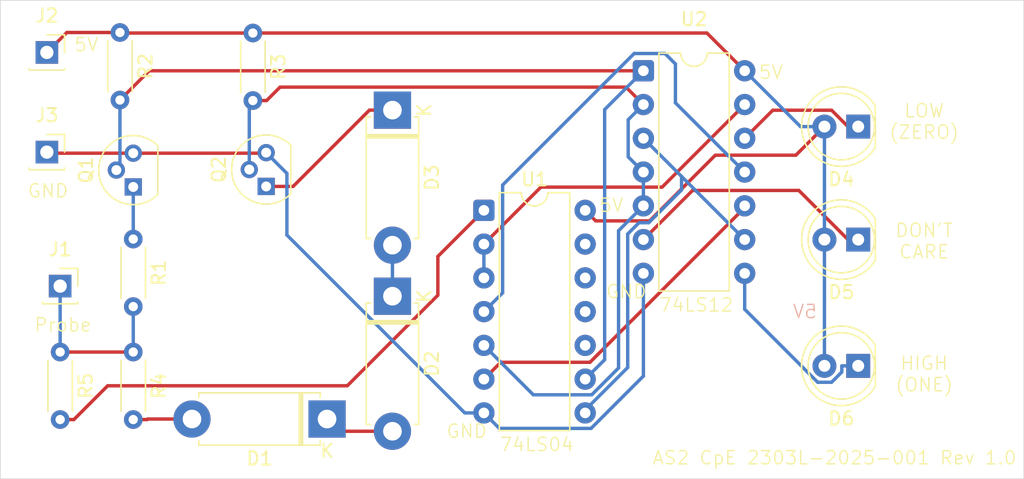
<source format=kicad_pcb>
(kicad_pcb (version 20241229) (generator "pcbnew") (generator_version "9.0")
  (title_block (title "Assignment: Logic Probe") (date "2025-06-27") (rev "1.0") (company "Chrys Sean T. Sevilla") (comment 1 "AS2 CpE 2303L-S25-001"))
  (layers (0 "F.Cu" signal) (2 "B.Cu" signal) (13 "F.Paste" user) (15 "B.Paste" user) (5 "F.SilkS" user "F.Silkscreen") (7 "B.SilkS" user "B.Silkscreen") (1 "F.Mask" user) (3 "B.Mask" user) (25 "Edge.Cuts" user))
  (net 0 "")
  (net 1 "Net-(D1-K)")
  (net 2 "Net-(D1-A)")
  (net 3 "Net-(D2-K)")
  (net 4 "Net-(D3-K)")
  (net 5 "Net-(D4-K)")
  (net 6 "+5V")
  (net 7 "Net-(D5-K)")
  (net 8 "Net-(D6-K)")
  (net 9 "Net-(J1-Pin_1)")
  (net 10 "Net-(Q1-C)")
  (net 11 "Net-(Q1-B)")
  (net 12 "GND")
  (net 13 "Net-(Q2-C)")
  (net 14 "Net-(R5-Pad2)")
  (net 16 "Net-(U1-Pad2)")
  (net 17 "Net-(U1-Pad6)")
  (net 19 "Net-(U1-Pad4)")
  (net 20 "Net-(U1-Pad8)")
  (footprint "Resistor_THT:R_Axial_DIN0204_L3.6mm_D1.6mm_P5.08mm_Horizontal" (layer "F.Cu") (at 117.5 93.54 -90)
    (property "Reference" "R4" (at 2.54 -1.92 90) (layer "F.SilkS"))
    (property "Value" "10k")
    (fp_line (start 0.62 0.92) (end 4.46 0.92) (stroke (width 0.12)) (layer "F.SilkS"))
    (fp_line (start 0.62 -0.92) (end 4.46 -0.92) (stroke (width 0.12)) (layer "F.SilkS"))
    (pad "1" thru_hole circle (at 0 0 270) (size 1.4 1.4) (drill 0.7) (layers "*.Cu" "*.Mask") (net 9 "Net-(J1-Pin_1)"))
    (pad "2" thru_hole oval (at 5.08 0 270) (size 1.4 1.4) (drill 0.7) (layers "*.Cu" "*.Mask") (net 2 "Net-(D1-A)"))
  )
  (footprint "Resistor_THT:R_Axial_DIN0204_L3.6mm_D1.6mm_P5.08mm_Horizontal" (layer "F.Cu") (at 116.5 69.5 -90)
    (property "Reference" "R2" (at 2.54 -1.92 90) (layer "F.SilkS"))
    (property "Value" "4.7k")
    (fp_line (start 0.62 0.92) (end 4.46 0.92) (stroke (width 0.12)) (layer "F.SilkS"))
    (fp_line (start 0.62 -0.92) (end 4.46 -0.92) (stroke (width 0.12)) (layer "F.SilkS"))
    (pad "1" thru_hole circle (at 0 0 270) (size 1.4 1.4) (drill 0.7) (layers "*.Cu" "*.Mask") (net 6 "+5V"))
    (pad "2" thru_hole oval (at 5.08 0 270) (size 1.4 1.4) (drill 0.7) (layers "*.Cu" "*.Mask") (net 10 "Net-(Q1-C)"))
  )
  (footprint "Resistor_THT:R_Axial_DIN0204_L3.6mm_D1.6mm_P5.08mm_Horizontal" (layer "F.Cu") (at 126.5 69.54 -90)
    (property "Reference" "R3" (at 2.54 -1.92 90) (layer "F.SilkS"))
    (property "Value" "4.7k")
    (fp_line (start 0.62 0.92) (end 4.46 0.92) (stroke (width 0.12)) (layer "F.SilkS"))
    (fp_line (start 0.62 -0.92) (end 4.46 -0.92) (stroke (width 0.12)) (layer "F.SilkS"))
    (pad "1" thru_hole circle (at 0 0 270) (size 1.4 1.4) (drill 0.7) (layers "*.Cu" "*.Mask") (net 6 "+5V"))
    (pad "2" thru_hole oval (at 5.08 0 270) (size 1.4 1.4) (drill 0.7) (layers "*.Cu" "*.Mask") (net 13 "Net-(Q2-C)"))
  )
  (footprint "Package_DIP:DIP-14_W7.62mm" (layer "F.Cu") (at 143.88 82.88)
    (property "Reference" "U1" (at 3.81 -2.33 0) (layer "F.SilkS"))
    (property "Value" "74LS04")
    (fp_line (start 1.16 -1.33) (end 1.16 16.57) (stroke (width 0.12)) (layer "F.SilkS"))
    (fp_line (start 1.16 16.57) (end 6.46 16.57) (stroke (width 0.12)) (layer "F.SilkS"))
    (fp_line (start 2.81 -1.33) (end 1.16 -1.33) (stroke (width 0.12)) (layer "F.SilkS"))
    (fp_line (start 6.46 -1.33) (end 4.81 -1.33) (stroke (width 0.12)) (layer "F.SilkS"))
    (fp_line (start 6.46 16.57) (end 6.46 -1.33) (stroke (width 0.12)) (layer "F.SilkS"))
    (fp_arc (start 4.81 -1.33) (mid 3.81 -0.33) (end 2.81 -1.33) (stroke (width 0.12)) (layer "F.SilkS"))
    (pad "1" thru_hole roundrect (at 0 0) (size 1.6 1.6) (drill 0.8) (layers "*.Cu" "*.Mask") (roundrect_rratio 0.15625) (net 14 "Net-(R5-Pad2)"))
    (pad "2" thru_hole circle (at 0 2.54) (size 1.6 1.6) (drill 0.8) (layers "*.Cu" "*.Mask") (net 16 "Net-(U1-Pad2)"))
    (pad "3" thru_hole circle (at 0 5.08) (size 1.6 1.6) (drill 0.8) (layers "*.Cu" "*.Mask") (net 16 "Net-(U1-Pad2)"))
    (pad "4" thru_hole circle (at 0 7.62) (size 1.6 1.6) (drill 0.8) (layers "*.Cu" "*.Mask") (net 19 "Net-(U1-Pad4)"))
    (pad "5" thru_hole circle (at 0 10.16) (size 1.6 1.6) (drill 0.8) (layers "*.Cu" "*.Mask") (net 13 "Net-(Q2-C)"))
    (pad "6" thru_hole circle (at 0 12.7) (size 1.6 1.6) (drill 0.8) (layers "*.Cu" "*.Mask") (net 17 "Net-(U1-Pad6)"))
    (pad "7" thru_hole circle (at 0 15.24) (size 1.6 1.6) (drill 0.8) (layers "*.Cu" "*.Mask") (net 12 "GND"))
    (pad "8" thru_hole circle (at 7.62 15.24) (size 1.6 1.6) (drill 0.8) (layers "*.Cu" "*.Mask") (net 20 "Net-(U1-Pad8)"))
    (pad "9" thru_hole circle (at 7.62 12.7) (size 1.6 1.6) (drill 0.8) (layers "*.Cu" "*.Mask") (net 10 "Net-(Q1-C)"))
    (pad "10" thru_hole circle (at 7.62 10.16) (size 1.6 1.6) (drill 0.8) (layers "*.Cu" "*.Mask"))
    (pad "11" thru_hole circle (at 7.62 7.62) (size 1.6 1.6) (drill 0.8) (layers "*.Cu" "*.Mask"))
    (pad "12" thru_hole circle (at 7.62 5.08) (size 1.6 1.6) (drill 0.8) (layers "*.Cu" "*.Mask"))
    (pad "13" thru_hole circle (at 7.62 2.54) (size 1.6 1.6) (drill 0.8) (layers "*.Cu" "*.Mask"))
    (pad "14" thru_hole circle (at 7.62 0) (size 1.6 1.6) (drill 0.8) (layers "*.Cu" "*.Mask") (net 6 "+5V"))
  )
  (footprint "LED_THT:LED_D5.0mm" (layer "F.Cu") (at 172.04 85.08 180)
    (property "Reference" "D5" (at 1.27 -3.96 0) (layer "F.SilkS"))
    (property "Value" "LED")
    (fp_line (start -1.29 -1.545) (end -1.29 1.545) (stroke (width 0.12)) (layer "F.SilkS"))
    (fp_arc (start 4.26 0.000048) (mid 2.071756 2.880501) (end -1.29 1.54483) (stroke (width 0.12)) (layer "F.SilkS"))
    (fp_arc (start -1.29 -1.54483) (mid 2.071756 -2.880501) (end 4.26 -0.000048) (stroke (width 0.12)) (layer "F.SilkS"))
    (fp_circle (center 1.27 0) (end 3.77 0) (stroke (width 0.12)) (fill no) (layer "F.SilkS"))
    (pad "1" thru_hole rect (at 0 0 180) (size 1.8 1.8) (drill 0.9) (layers "*.Cu" "*.Mask") (net 7 "Net-(D5-K)"))
    (pad "2" thru_hole circle (at 2.54 0 180) (size 1.8 1.8) (drill 0.9) (layers "*.Cu" "*.Mask") (net 6 "+5V"))
  )
  (footprint "Connector_PinSocket_2.54mm:PinSocket_1x01_P2.54mm_Vertical" (layer "F.Cu") (at 112 88.58)
    (property "Reference" "J1" (at 0 -2.77 0) (layer "F.SilkS"))
    (property "Value" "Probe")
    (fp_line (start -1.33 1.21) (end -1.33 1.33) (stroke (width 0.12)) (layer "F.SilkS"))
    (fp_line (start -1.33 1.33) (end 1.33 1.33) (stroke (width 0.12)) (layer "F.SilkS"))
    (fp_line (start 0 -1.33) (end 1.33 -1.33) (stroke (width 0.12)) (layer "F.SilkS"))
    (fp_line (start 1.33 -1.33) (end 1.33 0) (stroke (width 0.12)) (layer "F.SilkS"))
    (fp_line (start 1.33 1.21) (end 1.33 1.33) (stroke (width 0.12)) (layer "F.SilkS"))
    (pad "1" thru_hole rect (at 0 0) (size 1.7 1.7) (drill 1) (layers "*.Cu" "*.Mask") (net 9 "Net-(J1-Pin_1)"))
  )
  (footprint "LED_THT:LED_D5.0mm" (layer "F.Cu") (at 172.04 94.58 180)
    (property "Reference" "D6" (at 1.27 -3.96 0) (layer "F.SilkS"))
    (property "Value" "LED")
    (fp_line (start -1.29 -1.545) (end -1.29 1.545) (stroke (width 0.12)) (layer "F.SilkS"))
    (fp_arc (start 4.26 0.000048) (mid 2.071756 2.880501) (end -1.29 1.54483) (stroke (width 0.12)) (layer "F.SilkS"))
    (fp_arc (start -1.29 -1.54483) (mid 2.071756 -2.880501) (end 4.26 -0.000048) (stroke (width 0.12)) (layer "F.SilkS"))
    (fp_circle (center 1.27 0) (end 3.77 0) (stroke (width 0.12)) (fill no) (layer "F.SilkS"))
    (pad "1" thru_hole rect (at 0 0 180) (size 1.8 1.8) (drill 0.9) (layers "*.Cu" "*.Mask") (net 8 "Net-(D6-K)"))
    (pad "2" thru_hole circle (at 2.54 0 180) (size 1.8 1.8) (drill 0.9) (layers "*.Cu" "*.Mask") (net 6 "+5V"))
  )
  (footprint "Diode_THT:D_5W_P10.16mm_Horizontal" (layer "F.Cu") (at 137 89.34 -90)
    (property "Reference" "D2" (at 5.08 -2.97 90) (layer "F.SilkS"))
    (property "Value" "D")
    (fp_line (start 0.51 1.97) (end 9.65 1.97) (stroke (width 0.12)) (layer "F.SilkS"))
    (fp_line (start 9.65 1.97) (end 9.65 1.64) (stroke (width 0.12)) (layer "F.SilkS"))
    (fp_line (start 0.51 1.64) (end 0.51 1.97) (stroke (width 0.12)) (layer "F.SilkS"))
    (fp_line (start 0.51 -1.64) (end 0.51 -1.97) (stroke (width 0.12)) (layer "F.SilkS"))
    (fp_line (start 0.51 -1.97) (end 9.65 -1.97) (stroke (width 0.12)) (layer "F.SilkS"))
    (fp_line (start 1.845 -1.97) (end 1.845 1.97) (stroke (width 0.12)) (layer "F.SilkS"))
    (fp_line (start 1.965 -1.97) (end 1.965 1.97) (stroke (width 0.12)) (layer "F.SilkS"))
    (fp_line (start 2.085 -1.97) (end 2.085 1.97) (stroke (width 0.12)) (layer "F.SilkS"))
    (fp_line (start 9.65 -1.97) (end 9.65 -1.64) (stroke (width 0.12)) (layer "F.SilkS"))
    (fp_text user "K" (at 0 -2.4 90) (layer "F.SilkS"))
    (pad "1" thru_hole rect (at 0 0 270) (size 2.8 2.8) (drill 1.4) (layers "*.Cu" "*.Mask") (net 3 "Net-(D2-K)"))
    (pad "2" thru_hole oval (at 10.16 0 270) (size 2.8 2.8) (drill 1.4) (layers "*.Cu" "*.Mask") (net 1 "Net-(D1-K)"))
  )
  (footprint "Package_TO_SOT_THT:TO-92" (layer "F.Cu") (at 117.5 81.12 90)
    (property "Reference" "Q1" (at 1.27 -3.56 90) (layer "F.SilkS"))
    (property "Value" "Q_NPN_BCE")
    (fp_line (start -0.53 1.85) (end 3.07 1.85) (stroke (width 0.12)) (layer "F.SilkS"))
    (fp_arc (start 1.27 -2.6) (mid 3.672087 -0.994977) (end 3.108478 1.838478) (stroke (width 0.12)) (layer "F.SilkS"))
    (fp_arc (start -0.568478 1.838478) (mid -1.132087 -0.994977) (end 1.27 -2.6) (stroke (width 0.12)) (layer "F.SilkS"))
    (pad "1" thru_hole rect (at 0 0 90) (size 1.3 1.3) (drill 0.75) (layers "*.Cu" "*.Mask") (net 11 "Net-(Q1-B)"))
    (pad "2" thru_hole circle (at 1.27 -1.27 90) (size 1.3 1.3) (drill 0.75) (layers "*.Cu" "*.Mask") (net 10 "Net-(Q1-C)"))
    (pad "3" thru_hole circle (at 2.54 0 90) (size 1.3 1.3) (drill 0.75) (layers "*.Cu" "*.Mask") (net 12 "GND"))
  )
  (footprint "Diode_THT:D_5W_P10.16mm_Horizontal" (layer "F.Cu") (at 137 75.34 -90)
    (property "Reference" "D3" (at 5.08 -2.97 90) (layer "F.SilkS"))
    (property "Value" "D")
    (fp_line (start 0.51 1.97) (end 9.65 1.97) (stroke (width 0.12)) (layer "F.SilkS"))
    (fp_line (start 9.65 1.97) (end 9.65 1.64) (stroke (width 0.12)) (layer "F.SilkS"))
    (fp_line (start 0.51 1.64) (end 0.51 1.97) (stroke (width 0.12)) (layer "F.SilkS"))
    (fp_line (start 0.51 -1.64) (end 0.51 -1.97) (stroke (width 0.12)) (layer "F.SilkS"))
    (fp_line (start 0.51 -1.97) (end 9.65 -1.97) (stroke (width 0.12)) (layer "F.SilkS"))
    (fp_line (start 1.845 -1.97) (end 1.845 1.97) (stroke (width 0.12)) (layer "F.SilkS"))
    (fp_line (start 1.965 -1.97) (end 1.965 1.97) (stroke (width 0.12)) (layer "F.SilkS"))
    (fp_line (start 2.085 -1.97) (end 2.085 1.97) (stroke (width 0.12)) (layer "F.SilkS"))
    (fp_line (start 9.65 -1.97) (end 9.65 -1.64) (stroke (width 0.12)) (layer "F.SilkS"))
    (fp_text user "K" (at 0 -2.4 90) (layer "F.SilkS"))
    (pad "1" thru_hole rect (at 0 0 270) (size 2.8 2.8) (drill 1.4) (layers "*.Cu" "*.Mask") (net 4 "Net-(D3-K)"))
    (pad "2" thru_hole oval (at 10.16 0 270) (size 2.8 2.8) (drill 1.4) (layers "*.Cu" "*.Mask") (net 3 "Net-(D2-K)"))
  )
  (footprint "Package_TO_SOT_THT:TO-92" (layer "F.Cu") (at 127.5 81.08 90)
    (property "Reference" "Q2" (at 1.27 -3.56 90) (layer "F.SilkS"))
    (property "Value" "Q_NPN_BCE")
    (fp_line (start -0.53 1.85) (end 3.07 1.85) (stroke (width 0.12)) (layer "F.SilkS"))
    (fp_arc (start 1.27 -2.6) (mid 3.672087 -0.994977) (end 3.108478 1.838478) (stroke (width 0.12)) (layer "F.SilkS"))
    (fp_arc (start -0.568478 1.838478) (mid -1.132087 -0.994977) (end 1.27 -2.6) (stroke (width 0.12)) (layer "F.SilkS"))
    (pad "1" thru_hole rect (at 0 0 90) (size 1.3 1.3) (drill 0.75) (layers "*.Cu" "*.Mask") (net 4 "Net-(D3-K)"))
    (pad "2" thru_hole circle (at 1.27 -1.27 90) (size 1.3 1.3) (drill 0.75) (layers "*.Cu" "*.Mask") (net 13 "Net-(Q2-C)"))
    (pad "3" thru_hole circle (at 2.54 0 90) (size 1.3 1.3) (drill 0.75) (layers "*.Cu" "*.Mask") (net 12 "GND"))
  )
  (footprint "Resistor_THT:R_Axial_DIN0204_L3.6mm_D1.6mm_P5.08mm_Horizontal" (layer "F.Cu") (at 117.5 85.04 -90)
    (property "Reference" "R1" (at 2.54 -1.92 90) (layer "F.SilkS"))
    (property "Value" "10k")
    (fp_line (start 0.62 0.92) (end 4.46 0.92) (stroke (width 0.12)) (layer "F.SilkS"))
    (fp_line (start 0.62 -0.92) (end 4.46 -0.92) (stroke (width 0.12)) (layer "F.SilkS"))
    (pad "1" thru_hole circle (at 0 0 270) (size 1.4 1.4) (drill 0.7) (layers "*.Cu" "*.Mask") (net 11 "Net-(Q1-B)"))
    (pad "2" thru_hole oval (at 5.08 0 270) (size 1.4 1.4) (drill 0.7) (layers "*.Cu" "*.Mask") (net 9 "Net-(J1-Pin_1)"))
  )
  (footprint "Resistor_THT:R_Axial_DIN0204_L3.6mm_D1.6mm_P5.08mm_Horizontal" (layer "F.Cu") (at 112 93.54 -90)
    (property "Reference" "R5" (at 2.54 -1.92 90) (layer "F.SilkS"))
    (property "Value" "1.2k")
    (fp_line (start 0.62 0.92) (end 4.46 0.92) (stroke (width 0.12)) (layer "F.SilkS"))
    (fp_line (start 0.62 -0.92) (end 4.46 -0.92) (stroke (width 0.12)) (layer "F.SilkS"))
    (pad "1" thru_hole circle (at 0 0 270) (size 1.4 1.4) (drill 0.7) (layers "*.Cu" "*.Mask") (net 9 "Net-(J1-Pin_1)"))
    (pad "2" thru_hole oval (at 5.08 0 270) (size 1.4 1.4) (drill 0.7) (layers "*.Cu" "*.Mask") (net 14 "Net-(R5-Pad2)"))
  )
  (footprint "Diode_THT:D_5W_P10.16mm_Horizontal" (layer "F.Cu") (at 132.08 98.58 180)
    (property "Reference" "D1" (at 5.08 -2.97 0) (layer "F.SilkS"))
    (property "Value" "D")
    (fp_line (start 9.65 1.97) (end 9.65 1.64) (stroke (width 0.12)) (layer "F.SilkS"))
    (fp_line (start 9.65 -1.97) (end 9.65 -1.64) (stroke (width 0.12)) (layer "F.SilkS"))
    (fp_line (start 2.085 -1.97) (end 2.085 1.97) (stroke (width 0.12)) (layer "F.SilkS"))
    (fp_line (start 1.965 -1.97) (end 1.965 1.97) (stroke (width 0.12)) (layer "F.SilkS"))
    (fp_line (start 1.845 -1.97) (end 1.845 1.97) (stroke (width 0.12)) (layer "F.SilkS"))
    (fp_line (start 0.51 1.97) (end 9.65 1.97) (stroke (width 0.12)) (layer "F.SilkS"))
    (fp_line (start 0.51 1.64) (end 0.51 1.97) (stroke (width 0.12)) (layer "F.SilkS"))
    (fp_line (start 0.51 -1.64) (end 0.51 -1.97) (stroke (width 0.12)) (layer "F.SilkS"))
    (fp_line (start 0.51 -1.97) (end 9.65 -1.97) (stroke (width 0.12)) (layer "F.SilkS"))
    (fp_text user "K" (at 0 -2.4 0) (layer "F.SilkS"))
    (pad "1" thru_hole rect (at 0 0 180) (size 2.8 2.8) (drill 1.4) (layers "*.Cu" "*.Mask") (net 1 "Net-(D1-K)"))
    (pad "2" thru_hole oval (at 10.16 0 180) (size 2.8 2.8) (drill 1.4) (layers "*.Cu" "*.Mask") (net 2 "Net-(D1-A)"))
  )
  (footprint "Connector_PinSocket_2.54mm:PinSocket_1x01_P2.54mm_Vertical" (layer "F.Cu") (at 111 71)
    (property "Reference" "J2" (at 0 -2.77 0) (layer "F.SilkS"))
    (property "Value" "+5V")
    (fp_line (start -1.33 1.21) (end -1.33 1.33) (stroke (width 0.12)) (layer "F.SilkS"))
    (fp_line (start -1.33 1.33) (end 1.33 1.33) (stroke (width 0.12)) (layer "F.SilkS"))
    (fp_line (start 0 -1.33) (end 1.33 -1.33) (stroke (width 0.12)) (layer "F.SilkS"))
    (fp_line (start 1.33 -1.33) (end 1.33 0) (stroke (width 0.12)) (layer "F.SilkS"))
    (fp_line (start 1.33 1.21) (end 1.33 1.33) (stroke (width 0.12)) (layer "F.SilkS"))
    (pad "1" thru_hole rect (at 0 0) (size 1.7 1.7) (drill 1) (layers "*.Cu" "*.Mask") (net 6 "+5V"))
  )
  (footprint "Connector_PinSocket_2.54mm:PinSocket_1x01_P2.54mm_Vertical" (layer "F.Cu") (at 111 78.5)
    (property "Reference" "J3" (at 0 -2.77 0) (layer "F.SilkS"))
    (property "Value" "GND")
    (fp_line (start -1.33 1.21) (end -1.33 1.33) (stroke (width 0.12)) (layer "F.SilkS"))
    (fp_line (start -1.33 1.33) (end 1.33 1.33) (stroke (width 0.12)) (layer "F.SilkS"))
    (fp_line (start 0 -1.33) (end 1.33 -1.33) (stroke (width 0.12)) (layer "F.SilkS"))
    (fp_line (start 1.33 -1.33) (end 1.33 0) (stroke (width 0.12)) (layer "F.SilkS"))
    (fp_line (start 1.33 1.21) (end 1.33 1.33) (stroke (width 0.12)) (layer "F.SilkS"))
    (pad "1" thru_hole rect (at 0 0) (size 1.7 1.7) (drill 1) (layers "*.Cu" "*.Mask") (net 12 "GND"))
  )
  (footprint "LED_THT:LED_D5.0mm" (layer "F.Cu") (at 172.04 76.58 180)
    (property "Reference" "D4" (at 1.27 -3.96 0) (layer "F.SilkS"))
    (property "Value" "LED")
    (fp_line (start -1.29 -1.545) (end -1.29 1.545) (stroke (width 0.12)) (layer "F.SilkS"))
    (fp_arc (start 4.26 0.000048) (mid 2.071756 2.880501) (end -1.29 1.54483) (stroke (width 0.12)) (layer "F.SilkS"))
    (fp_arc (start -1.29 -1.54483) (mid 2.071756 -2.880501) (end 4.26 -0.000048) (stroke (width 0.12)) (layer "F.SilkS"))
    (fp_circle (center 1.27 0) (end 3.77 0) (stroke (width 0.12)) (fill no) (layer "F.SilkS"))
    (pad "1" thru_hole rect (at 0 0 180) (size 1.8 1.8) (drill 0.9) (layers "*.Cu" "*.Mask") (net 5 "Net-(D4-K)"))
    (pad "2" thru_hole circle (at 2.54 0 180) (size 1.8 1.8) (drill 0.9) (layers "*.Cu" "*.Mask") (net 6 "+5V"))
  )
  (footprint "Package_DIP:DIP-14_W7.62mm" (layer "F.Cu") (at 155.88 72.38)
    (property "Reference" "U2" (at 3.81 -3.88 0) (layer "F.SilkS"))
    (property "Value" "74LS12")
    (fp_line (start 1.16 -1.33) (end 1.16 16.57) (stroke (width 0.12)) (layer "F.SilkS"))
    (fp_line (start 1.16 16.57) (end 6.46 16.57) (stroke (width 0.12)) (layer "F.SilkS"))
    (fp_line (start 2.81 -1.33) (end 1.16 -1.33) (stroke (width 0.12)) (layer "F.SilkS"))
    (fp_line (start 6.46 -1.33) (end 4.81 -1.33) (stroke (width 0.12)) (layer "F.SilkS"))
    (fp_line (start 6.46 16.57) (end 6.46 -1.33) (stroke (width 0.12)) (layer "F.SilkS"))
    (fp_arc (start 4.81 -1.33) (mid 3.81 -0.33) (end 2.81 -1.33) (stroke (width 0.12)) (layer "F.SilkS"))
    (pad "1" thru_hole roundrect (at 0 0) (size 1.6 1.6) (drill 0.8) (layers "*.Cu" "*.Mask") (roundrect_rratio 0.15625) (net 10 "Net-(Q1-C)"))
    (pad "2" thru_hole circle (at 0 2.54) (size 1.6 1.6) (drill 0.8) (layers "*.Cu" "*.Mask") (net 13 "Net-(Q2-C)"))
    (pad "3" thru_hole circle (at 0 5.08) (size 1.6 1.6) (drill 0.8) (layers "*.Cu" "*.Mask") (net 20 "Net-(U1-Pad8)"))
    (pad "4" thru_hole circle (at 0 7.62) (size 1.6 1.6) (drill 0.8) (layers "*.Cu" "*.Mask") (net 13 "Net-(Q2-C)"))
    (pad "5" thru_hole circle (at 0 10.16) (size 1.6 1.6) (drill 0.8) (layers "*.Cu" "*.Mask") (net 13 "Net-(Q2-C)"))
    (pad "6" thru_hole circle (at 0 12.7) (size 1.6 1.6) (drill 0.8) (layers "*.Cu" "*.Mask") (net 7 "Net-(D5-K)"))
    (pad "7" thru_hole circle (at 0 15.24) (size 1.6 1.6) (drill 0.8) (layers "*.Cu" "*.Mask") (net 12 "GND"))
    (pad "8" thru_hole circle (at 7.62 15.24) (size 1.6 1.6) (drill 0.8) (layers "*.Cu" "*.Mask") (net 8 "Net-(D6-K)"))
    (pad "9" thru_hole circle (at 7.62 12.7) (size 1.6 1.6) (drill 0.8) (layers "*.Cu" "*.Mask") (net 20 "Net-(U1-Pad8)"))
    (pad "10" thru_hole circle (at 7.62 10.16) (size 1.6 1.6) (drill 0.8) (layers "*.Cu" "*.Mask") (net 17 "Net-(U1-Pad6)"))
    (pad "11" thru_hole circle (at 7.62 7.62) (size 1.6 1.6) (drill 0.8) (layers "*.Cu" "*.Mask") (net 19 "Net-(U1-Pad4)"))
    (pad "12" thru_hole circle (at 7.62 5.08) (size 1.6 1.6) (drill 0.8) (layers "*.Cu" "*.Mask") (net 5 "Net-(D4-K)"))
    (pad "13" thru_hole circle (at 7.62 2.54) (size 1.6 1.6) (drill 0.8) (layers "*.Cu" "*.Mask") (net 16 "Net-(U1-Pad2)"))
    (pad "14" thru_hole circle (at 7.62 0) (size 1.6 1.6) (drill 0.8) (layers "*.Cu" "*.Mask") (net 6 "+5V"))
  )
  (gr_rect (start 107.5 67.08) (end 184.5 103.08) (stroke (width 0.05)) (fill no) (layer "Edge.Cuts"))
  (gr_text "5V" (at 152.5 83.08 0) (layer "F.SilkS") (effects (font (size 1 1) (thickness 0.1)) (justify left bottom)))
  (gr_text "DON'T\nCARE" (at 177 86.58 0) (layer "F.SilkS") (effects (font (size 1 1) (thickness 0.1)) (justify bottom)))
  (gr_text "HIGH\n(ONE)" (at 177 96.58 0) (layer "F.SilkS") (effects (font (size 1 1) (thickness 0.1)) (justify bottom)))
  (gr_text "AS2 CpE 2303L-2025-001 Rev 1.0" (at 156.5 102.08 0) (layer "F.SilkS") (effects (font (size 1 1) (thickness 0.1)) (justify left bottom)))
  (gr_text "74LS12" (at 157 90.58 0) (layer "F.SilkS") (effects (font (size 1 1) (thickness 0.1)) (justify left bottom)))
  (gr_text "GND" (at 141 100.08 0) (layer "F.SilkS") (effects (font (size 1 1) (thickness 0.1)) (justify left bottom)))
  (gr_text "LOW\n(ZERO)" (at 177 77.58 0) (layer "F.SilkS") (effects (font (size 1 1) (thickness 0.1)) (justify bottom)))
  (gr_text "74LS04" (at 145 101.08 0) (layer "F.SilkS") (effects (font (size 1 1) (thickness 0.1)) (justify left bottom)))
  (gr_text "5V" (at 164.5 73.08 0) (layer "F.SilkS") (effects (font (size 1 1) (thickness 0.1)) (justify left bottom)))
  (gr_text "5V" (at 113 71 0) (layer "F.SilkS") (effects (font (size 1 1) (thickness 0.1)) (justify left bottom)))
  (gr_text "Probe" (at 110 92.08 0) (layer "F.SilkS") (effects (font (size 1 1) (thickness 0.1)) (justify left bottom)))
  (gr_text "GND" (at 153 89.58 0) (layer "F.SilkS") (effects (font (size 1 1) (thickness 0.1)) (justify left bottom)))
  (gr_text "GND" (at 109.5 82 0) (layer "F.SilkS") (effects (font (size 1 1) (thickness 0.1)) (justify left bottom)))
  (gr_text "5V" (at 169 91.08 0) (layer "B.SilkS") (effects (font (size 1 1) (thickness 0.1)) (justify left bottom mirror)))
  (segment (start 133 99.5) (end 132.08 98.58) (width 0.254) (layer "F.Cu") (net 1))
  (segment (start 137 99.5) (end 133 99.5) (width 0.254) (layer "F.Cu") (net 1))
  (segment (start 117.5 98.62) (end 118.5319 98.62) (width 0.254) (layer "F.Cu") (net 2))
  (segment (start 121.92 98.58) (end 118.5719 98.58) (width 0.254) (layer "F.Cu") (net 2))
  (segment (start 118.5719 98.58) (end 118.5319 98.62) (width 0.254) (layer "F.Cu") (net 2))
  (segment (start 137 89.34) (end 137 85.5) (width 0.254) (layer "B.Cu") (net 3))
  (segment (start 129.5281 81.08) (end 135.2681 75.34) (width 0.254) (layer "F.Cu") (net 4))
  (segment (start 137 75.34) (end 135.2681 75.34) (width 0.254) (layer "F.Cu") (net 4))
  (segment (start 127.5 81.08) (end 129.5281 81.08) (width 0.254) (layer "F.Cu") (net 4))
  (segment (start 170.0373 75.3472) (end 165.6128 75.3472) (width 0.254) (layer "F.Cu") (net 5))
  (segment (start 172.04 76.58) (end 171.2701 76.58) (width 0.254) (layer "F.Cu") (net 5))
  (segment (start 171.2701 76.58) (end 170.0373 75.3472) (width 0.254) (layer "F.Cu") (net 5))
  (segment (start 165.6128 75.3472) (end 163.5 77.46) (width 0.254) (layer "F.Cu") (net 5))
  (segment (start 116.5 69.5) (end 116.54 69.54) (width 0.254) (layer "F.Cu") (net 6))
  (segment (start 167.35 78.73) (end 169.5 76.58) (width 0.254) (layer "F.Cu") (net 6))
  (segment (start 152.2919 83.6719) (end 156.3488 83.6719) (width 0.254) (layer "F.Cu") (net 6))
  (segment (start 151.5 82.88) (end 152.2919 83.6719) (width 0.254) (layer "F.Cu") (net 6))
  (segment (start 160.66 69.54) (end 163.5 72.38) (width 0.254) (layer "F.Cu") (net 6))
  (segment (start 161.2907 78.73) (end 167.35 78.73) (width 0.254) (layer "F.Cu") (net 6))
  (segment (start 112.5 69.5) (end 116.5 69.5) (width 0.254) (layer "F.Cu") (net 6))
  (segment (start 126.5 69.54) (end 160.66 69.54) (width 0.254) (layer "F.Cu") (net 6))
  (segment (start 111 71) (end 112.5 69.5) (width 0.254) (layer "F.Cu") (net 6))
  (segment (start 116.54 69.54) (end 126.5 69.54) (width 0.254) (layer "F.Cu") (net 6))
  (segment (start 156.3488 83.6719) (end 161.2907 78.73) (width 0.254) (layer "F.Cu") (net 6))
  (segment (start 167.7 76.58) (end 169.5 76.58) (width 0.254) (layer "B.Cu") (net 6))
  (segment (start 169.5 85.08) (end 169.5 76.58) (width 0.254) (layer "B.Cu") (net 6))
  (segment (start 169.5 94.58) (end 169.5 85.08) (width 0.254) (layer "B.Cu") (net 6))
  (segment (start 163.5 72.38) (end 167.7 76.58) (width 0.254) (layer "B.Cu") (net 6))
  (segment (start 167.5739 81.3838) (end 159.5762 81.3838) (width 0.254) (layer "F.Cu") (net 7))
  (segment (start 159.5762 81.3838) (end 155.88 85.08) (width 0.254) (layer "F.Cu") (net 7))
  (segment (start 172.04 85.08) (end 171.2701 85.08) (width 0.254) (layer "F.Cu") (net 7))
  (segment (start 171.2701 85.08) (end 167.5739 81.3838) (width 0.254) (layer "F.Cu") (net 7))
  (segment (start 163.5 90.3241) (end 168.9878 95.8119) (width 0.254) (layer "B.Cu") (net 8))
  (segment (start 163.5 87.62) (end 163.5 90.3241) (width 0.254) (layer "B.Cu") (net 8))
  (segment (start 170.0383 95.8119) (end 170.8081 95.0421) (width 0.254) (layer "B.Cu") (net 8))
  (segment (start 172.04 94.58) (end 170.8081 94.58) (width 0.254) (layer "B.Cu") (net 8))
  (segment (start 170.8081 95.0421) (end 170.8081 94.58) (width 0.254) (layer "B.Cu") (net 8))
  (segment (start 168.9878 95.8119) (end 170.0383 95.8119) (width 0.254) (layer "B.Cu") (net 8))
  (segment (start 112 93.54) (end 117.5 93.54) (width 0.254) (layer "F.Cu") (net 9))
  (segment (start 117.5 93.54) (end 117.5 90.12) (width 0.254) (layer "B.Cu") (net 9))
  (segment (start 112 88.58) (end 112 93.54) (width 0.254) (layer "B.Cu") (net 9))
  (segment (start 118.7 72.38) (end 116.5 74.58) (width 0.254) (layer "F.Cu") (net 10))
  (segment (start 155.88 72.38) (end 118.7 72.38) (width 0.254) (layer "F.Cu") (net 10))
  (segment (start 116.5 79.58) (end 116.23 79.85) (width 0.254) (layer "B.Cu") (net 10))
  (segment (start 116.5 74.58) (end 116.5 79.58) (width 0.254) (layer "B.Cu") (net 10))
  (segment (start 152.9649 75.2951) (end 155.88 72.38) (width 0.254) (layer "B.Cu") (net 10))
  (segment (start 152.9649 94.1151) (end 152.9649 75.2951) (width 0.254) (layer "B.Cu") (net 10))
  (segment (start 151.5 95.58) (end 152.9649 94.1151) (width 0.254) (layer "B.Cu") (net 10))
  (segment (start 117.5 85.04) (end 117.5 81.12) (width 0.254) (layer "B.Cu") (net 11))
  (segment (start 111.58 78.58) (end 117.5 78.58) (width 0.254) (layer "F.Cu") (net 12))
  (segment (start 111.5 78.5) (end 111.58 78.58) (width 0.254) (layer "F.Cu") (net 12))
  (segment (start 127.46 78.58) (end 127.5 78.54) (width 0.254) (layer "F.Cu") (net 12))
  (segment (start 117.5 78.58) (end 127.46 78.58) (width 0.254) (layer "F.Cu") (net 12))
  (segment (start 111 78.5) (end 111.5 78.5) (width 0.254) (layer "F.Cu") (net 12))
  (segment (start 129.0596 80.0996) (end 127.5 78.54) (width 0.254) (layer "B.Cu") (net 12))
  (segment (start 143.88 98.12) (end 142.4434 98.12) (width 0.254) (layer "B.Cu") (net 12))
  (segment (start 151.9433 99.2846) (end 145.0446 99.2846) (width 0.254) (layer "B.Cu") (net 12))
  (segment (start 145.0446 99.2846) (end 143.88 98.12) (width 0.254) (layer "B.Cu") (net 12))
  (segment (start 129.0596 84.7362) (end 129.0596 80.0996) (width 0.254) (layer "B.Cu") (net 12))
  (segment (start 155.88 87.62) (end 155.88 95.3479) (width 0.254) (layer "B.Cu") (net 12))
  (segment (start 142.4434 98.12) (end 129.0596 84.7362) (width 0.254) (layer "B.Cu") (net 12))
  (segment (start 155.88 95.3479) (end 151.9433 99.2846) (width 0.254) (layer "B.Cu") (net 12))
  (segment (start 126.5 74.62) (end 127.5319 74.62) (width 0.254) (layer "F.Cu") (net 13))
  (segment (start 128.5438 73.6081) (end 154.5681 73.6081) (width 0.254) (layer "F.Cu") (net 13))
  (segment (start 127.5319 74.62) (end 128.5438 73.6081) (width 0.254) (layer "F.Cu") (net 13))
  (segment (start 154.5681 73.6081) (end 155.88 74.92) (width 0.254) (layer "F.Cu") (net 13))
  (segment (start 151.9933 96.7575) (end 147.5975 96.7575) (width 0.254) (layer "B.Cu") (net 13))
  (segment (start 126.23 79.81) (end 126.23 74.89) (width 0.254) (layer "B.Cu") (net 13))
  (segment (start 155.88 82.54) (end 155.88 80.886) (width 0.254) (layer "B.Cu") (net 13))
  (segment (start 155.88 80.886) (end 155.88 80.8335) (width 0.254) (layer "B.Cu") (net 13))
  (segment (start 154.7347 78.8547) (end 154.7347 76.0653) (width 0.254) (layer "B.Cu") (net 13))
  (segment (start 154.0115 84.4085) (end 154.0115 94.7393) (width 0.254) (layer "B.Cu") (net 13))
  (segment (start 126.23 74.89) (end 126.5 74.62) (width 0.254) (layer "B.Cu") (net 13))
  (segment (start 155.88 80) (end 154.7347 78.8547) (width 0.254) (layer "B.Cu") (net 13))
  (segment (start 154.7347 76.0653) (end 155.88 74.92) (width 0.254) (layer "B.Cu") (net 13))
  (segment (start 155.88 80.8335) (end 155.88 80) (width 0.254) (layer "B.Cu") (net 13))
  (segment (start 147.5975 96.7575) (end 143.88 93.04) (width 0.254) (layer "B.Cu") (net 13))
  (segment (start 155.88 82.54) (end 154.0115 84.4085) (width 0.254) (layer "B.Cu") (net 13))
  (segment (start 154.0115 94.7393) (end 151.9933 96.7575) (width 0.254) (layer "B.Cu") (net 13))
  (segment (start 143.88 82.88) (end 140.4164 86.3436) (width 0.254) (layer "F.Cu") (net 14))
  (segment (start 112 98.62) (end 113.0319 98.62) (width 0.254) (layer "F.Cu") (net 14))
  (segment (start 115.5719 96.08) (end 113.0319 98.62) (width 0.254) (layer "F.Cu") (net 14))
  (segment (start 140.4164 89.2634) (end 133.5998 96.08) (width 0.254) (layer "F.Cu") (net 14))
  (segment (start 140.4164 86.3436) (end 140.4164 89.2634) (width 0.254) (layer "F.Cu") (net 14))
  (segment (start 133.5998 96.08) (end 115.5719 96.08) (width 0.254) (layer "F.Cu") (net 14))
  (segment (start 163.5 74.92) (end 157.2881 81.1319) (width 0.254) (layer "F.Cu") (net 16))
  (segment (start 148.1681 81.1319) (end 143.88 85.42) (width 0.254) (layer "F.Cu") (net 16))
  (segment (start 157.2881 81.1319) (end 148.1681 81.1319) (width 0.254) (layer "F.Cu") (net 16))
  (segment (start 143.88 85.42) (end 143.88 87.96) (width 0.254) (layer "B.Cu") (net 16))
  (segment (start 163.5 82.54) (end 163.5 82.6705) (width 0.254) (layer "F.Cu") (net 17))
  (segment (start 145.15 94.31) (end 143.88 95.58) (width 0.254) (layer "F.Cu") (net 17))
  (segment (start 163.5 82.6705) (end 151.8605 94.31) (width 0.254) (layer "F.Cu") (net 17))
  (segment (start 151.8605 94.31) (end 145.15 94.31) (width 0.254) (layer "F.Cu") (net 17))
  (segment (start 158.29 71.87) (end 157.5 71.08) (width 0.254) (layer "B.Cu") (net 19))
  (segment (start 163.5 80) (end 158.29 74.79) (width 0.254) (layer "B.Cu") (net 19))
  (segment (start 145.2896 89.0904) (end 143.88 90.5) (width 0.254) (layer "B.Cu") (net 19))
  (segment (start 157.5 71.08) (end 155.1886 71.08) (width 0.254) (layer "B.Cu") (net 19))
  (segment (start 155.1886 71.08) (end 145.2896 80.979) (width 0.254) (layer "B.Cu") (net 19))
  (segment (start 158.29 74.79) (end 158.29 71.87) (width 0.254) (layer "B.Cu") (net 19))
  (segment (start 145.2896 80.979) (end 145.2896 89.0904) (width 0.254) (layer "B.Cu") (net 19))
  (segment (start 155.4133 83.9481) (end 155.5514 83.81) (width 0.254) (layer "B.Cu") (net 20))
  (segment (start 155.5514 83.81) (end 156.2821 83.81) (width 0.254) (layer "B.Cu") (net 20))
  (segment (start 151.5 97.8998) (end 154.699 94.7008) (width 0.254) (layer "B.Cu") (net 20))
  (segment (start 154.699 84.6603) (end 155.4112 83.9481) (width 0.254) (layer "B.Cu") (net 20))
  (segment (start 155.4112 83.9481) (end 155.4133 83.9481) (width 0.254) (layer "B.Cu") (net 20))
  (segment (start 151.5 98.12) (end 151.5 97.8998) (width 0.254) (layer "B.Cu") (net 20))
  (segment (start 158.75 80.33) (end 155.88 77.46) (width 0.254) (layer "B.Cu") (net 20))
  (segment (start 156.2821 83.81) (end 158.50605 81.58605) (width 0.254) (layer "B.Cu") (net 20))
  (segment (start 158.75 81.3421) (end 158.75 80.33) (width 0.254) (layer "B.Cu") (net 20))
  (segment (start 154.699 94.7008) (end 154.699 84.6603) (width 0.254) (layer "B.Cu") (net 20))
  (segment (start 158.50605 81.58605) (end 158.75 81.3421) (width 0.254) (layer "B.Cu") (net 20))
  (segment (start 159.2561 80.836) (end 163.5 85.08) (width 0.254) (layer "B.Cu") (net 20))
  (segment (start 159.256 80.836) (end 158.75 80.33) (width 0.254) (layer "B.Cu") (net 20))
)
</source>
